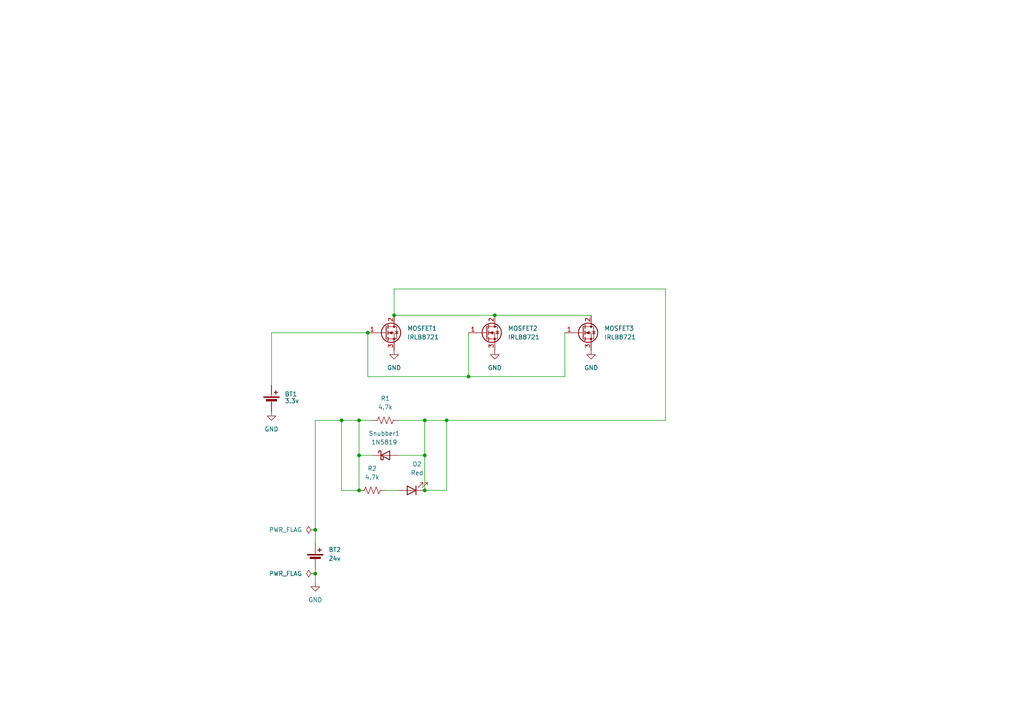
<source format=kicad_sch>
(kicad_sch (version 20230121) (generator eeschema)

  (uuid c5cfa2cd-8217-4cc7-84bd-4a928cc21c13)

  (paper "A4")

  (lib_symbols
    (symbol "Device:Battery_Cell" (pin_numbers hide) (pin_names (offset 0) hide) (in_bom yes) (on_board yes)
      (property "Reference" "BT" (at 2.54 2.54 0)
        (effects (font (size 1.27 1.27)) (justify left))
      )
      (property "Value" "Battery_Cell" (at 2.54 0 0)
        (effects (font (size 1.27 1.27)) (justify left))
      )
      (property "Footprint" "" (at 0 1.524 90)
        (effects (font (size 1.27 1.27)) hide)
      )
      (property "Datasheet" "~" (at 0 1.524 90)
        (effects (font (size 1.27 1.27)) hide)
      )
      (property "ki_keywords" "battery cell" (at 0 0 0)
        (effects (font (size 1.27 1.27)) hide)
      )
      (property "ki_description" "Single-cell battery" (at 0 0 0)
        (effects (font (size 1.27 1.27)) hide)
      )
      (symbol "Battery_Cell_0_1"
        (rectangle (start -2.286 1.778) (end 2.286 1.524)
          (stroke (width 0) (type default))
          (fill (type outline))
        )
        (rectangle (start -1.524 1.016) (end 1.524 0.508)
          (stroke (width 0) (type default))
          (fill (type outline))
        )
        (polyline
          (pts
            (xy 0 0.762)
            (xy 0 0)
          )
          (stroke (width 0) (type default))
          (fill (type none))
        )
        (polyline
          (pts
            (xy 0 1.778)
            (xy 0 2.54)
          )
          (stroke (width 0) (type default))
          (fill (type none))
        )
        (polyline
          (pts
            (xy 0.762 3.048)
            (xy 1.778 3.048)
          )
          (stroke (width 0.254) (type default))
          (fill (type none))
        )
        (polyline
          (pts
            (xy 1.27 3.556)
            (xy 1.27 2.54)
          )
          (stroke (width 0.254) (type default))
          (fill (type none))
        )
      )
      (symbol "Battery_Cell_1_1"
        (pin passive line (at 0 5.08 270) (length 2.54)
          (name "+" (effects (font (size 1.27 1.27))))
          (number "1" (effects (font (size 1.27 1.27))))
        )
        (pin passive line (at 0 -2.54 90) (length 2.54)
          (name "-" (effects (font (size 1.27 1.27))))
          (number "2" (effects (font (size 1.27 1.27))))
        )
      )
    )
    (symbol "Device:LED" (pin_numbers hide) (pin_names (offset 1.016) hide) (in_bom yes) (on_board yes)
      (property "Reference" "D" (at 0 2.54 0)
        (effects (font (size 1.27 1.27)))
      )
      (property "Value" "LED" (at 0 -2.54 0)
        (effects (font (size 1.27 1.27)))
      )
      (property "Footprint" "" (at 0 0 0)
        (effects (font (size 1.27 1.27)) hide)
      )
      (property "Datasheet" "~" (at 0 0 0)
        (effects (font (size 1.27 1.27)) hide)
      )
      (property "ki_keywords" "LED diode" (at 0 0 0)
        (effects (font (size 1.27 1.27)) hide)
      )
      (property "ki_description" "Light emitting diode" (at 0 0 0)
        (effects (font (size 1.27 1.27)) hide)
      )
      (property "ki_fp_filters" "LED* LED_SMD:* LED_THT:*" (at 0 0 0)
        (effects (font (size 1.27 1.27)) hide)
      )
      (symbol "LED_0_1"
        (polyline
          (pts
            (xy -1.27 -1.27)
            (xy -1.27 1.27)
          )
          (stroke (width 0.254) (type default))
          (fill (type none))
        )
        (polyline
          (pts
            (xy -1.27 0)
            (xy 1.27 0)
          )
          (stroke (width 0) (type default))
          (fill (type none))
        )
        (polyline
          (pts
            (xy 1.27 -1.27)
            (xy 1.27 1.27)
            (xy -1.27 0)
            (xy 1.27 -1.27)
          )
          (stroke (width 0.254) (type default))
          (fill (type none))
        )
        (polyline
          (pts
            (xy -3.048 -0.762)
            (xy -4.572 -2.286)
            (xy -3.81 -2.286)
            (xy -4.572 -2.286)
            (xy -4.572 -1.524)
          )
          (stroke (width 0) (type default))
          (fill (type none))
        )
        (polyline
          (pts
            (xy -1.778 -0.762)
            (xy -3.302 -2.286)
            (xy -2.54 -2.286)
            (xy -3.302 -2.286)
            (xy -3.302 -1.524)
          )
          (stroke (width 0) (type default))
          (fill (type none))
        )
      )
      (symbol "LED_1_1"
        (pin passive line (at -3.81 0 0) (length 2.54)
          (name "K" (effects (font (size 1.27 1.27))))
          (number "1" (effects (font (size 1.27 1.27))))
        )
        (pin passive line (at 3.81 0 180) (length 2.54)
          (name "A" (effects (font (size 1.27 1.27))))
          (number "2" (effects (font (size 1.27 1.27))))
        )
      )
    )
    (symbol "Device:R_US" (pin_numbers hide) (pin_names (offset 0)) (in_bom yes) (on_board yes)
      (property "Reference" "R" (at 2.54 0 90)
        (effects (font (size 1.27 1.27)))
      )
      (property "Value" "R_US" (at -2.54 0 90)
        (effects (font (size 1.27 1.27)))
      )
      (property "Footprint" "" (at 1.016 -0.254 90)
        (effects (font (size 1.27 1.27)) hide)
      )
      (property "Datasheet" "~" (at 0 0 0)
        (effects (font (size 1.27 1.27)) hide)
      )
      (property "ki_keywords" "R res resistor" (at 0 0 0)
        (effects (font (size 1.27 1.27)) hide)
      )
      (property "ki_description" "Resistor, US symbol" (at 0 0 0)
        (effects (font (size 1.27 1.27)) hide)
      )
      (property "ki_fp_filters" "R_*" (at 0 0 0)
        (effects (font (size 1.27 1.27)) hide)
      )
      (symbol "R_US_0_1"
        (polyline
          (pts
            (xy 0 -2.286)
            (xy 0 -2.54)
          )
          (stroke (width 0) (type default))
          (fill (type none))
        )
        (polyline
          (pts
            (xy 0 2.286)
            (xy 0 2.54)
          )
          (stroke (width 0) (type default))
          (fill (type none))
        )
        (polyline
          (pts
            (xy 0 -0.762)
            (xy 1.016 -1.143)
            (xy 0 -1.524)
            (xy -1.016 -1.905)
            (xy 0 -2.286)
          )
          (stroke (width 0) (type default))
          (fill (type none))
        )
        (polyline
          (pts
            (xy 0 0.762)
            (xy 1.016 0.381)
            (xy 0 0)
            (xy -1.016 -0.381)
            (xy 0 -0.762)
          )
          (stroke (width 0) (type default))
          (fill (type none))
        )
        (polyline
          (pts
            (xy 0 2.286)
            (xy 1.016 1.905)
            (xy 0 1.524)
            (xy -1.016 1.143)
            (xy 0 0.762)
          )
          (stroke (width 0) (type default))
          (fill (type none))
        )
      )
      (symbol "R_US_1_1"
        (pin passive line (at 0 3.81 270) (length 1.27)
          (name "~" (effects (font (size 1.27 1.27))))
          (number "1" (effects (font (size 1.27 1.27))))
        )
        (pin passive line (at 0 -3.81 90) (length 1.27)
          (name "~" (effects (font (size 1.27 1.27))))
          (number "2" (effects (font (size 1.27 1.27))))
        )
      )
    )
    (symbol "Diode:1N5819" (pin_numbers hide) (pin_names (offset 1.016) hide) (in_bom yes) (on_board yes)
      (property "Reference" "D" (at 0 2.54 0)
        (effects (font (size 1.27 1.27)))
      )
      (property "Value" "1N5819" (at 0 -2.54 0)
        (effects (font (size 1.27 1.27)))
      )
      (property "Footprint" "Diode_THT:D_DO-41_SOD81_P10.16mm_Horizontal" (at 0 -4.445 0)
        (effects (font (size 1.27 1.27)) hide)
      )
      (property "Datasheet" "http://www.vishay.com/docs/88525/1n5817.pdf" (at 0 0 0)
        (effects (font (size 1.27 1.27)) hide)
      )
      (property "ki_keywords" "diode Schottky" (at 0 0 0)
        (effects (font (size 1.27 1.27)) hide)
      )
      (property "ki_description" "40V 1A Schottky Barrier Rectifier Diode, DO-41" (at 0 0 0)
        (effects (font (size 1.27 1.27)) hide)
      )
      (property "ki_fp_filters" "D*DO?41*" (at 0 0 0)
        (effects (font (size 1.27 1.27)) hide)
      )
      (symbol "1N5819_0_1"
        (polyline
          (pts
            (xy 1.27 0)
            (xy -1.27 0)
          )
          (stroke (width 0) (type default))
          (fill (type none))
        )
        (polyline
          (pts
            (xy 1.27 1.27)
            (xy 1.27 -1.27)
            (xy -1.27 0)
            (xy 1.27 1.27)
          )
          (stroke (width 0.254) (type default))
          (fill (type none))
        )
        (polyline
          (pts
            (xy -1.905 0.635)
            (xy -1.905 1.27)
            (xy -1.27 1.27)
            (xy -1.27 -1.27)
            (xy -0.635 -1.27)
            (xy -0.635 -0.635)
          )
          (stroke (width 0.254) (type default))
          (fill (type none))
        )
      )
      (symbol "1N5819_1_1"
        (pin passive line (at -3.81 0 0) (length 2.54)
          (name "K" (effects (font (size 1.27 1.27))))
          (number "1" (effects (font (size 1.27 1.27))))
        )
        (pin passive line (at 3.81 0 180) (length 2.54)
          (name "A" (effects (font (size 1.27 1.27))))
          (number "2" (effects (font (size 1.27 1.27))))
        )
      )
    )
    (symbol "Transistor_FET:IRLB8721PBF" (pin_names hide) (in_bom yes) (on_board yes)
      (property "Reference" "Q" (at 6.35 1.905 0)
        (effects (font (size 1.27 1.27)) (justify left))
      )
      (property "Value" "IRLB8721PBF" (at 6.35 0 0)
        (effects (font (size 1.27 1.27)) (justify left))
      )
      (property "Footprint" "Package_TO_SOT_THT:TO-220-3_Vertical" (at 6.35 -1.905 0)
        (effects (font (size 1.27 1.27) italic) (justify left) hide)
      )
      (property "Datasheet" "http://www.infineon.com/dgdl/irlb8721pbf.pdf?fileId=5546d462533600a40153566056732591" (at 0 0 0)
        (effects (font (size 1.27 1.27)) (justify left) hide)
      )
      (property "ki_keywords" "N-Channel HEXFET MOSFET Logic-Level" (at 0 0 0)
        (effects (font (size 1.27 1.27)) hide)
      )
      (property "ki_description" "62A Id, 30V Vds, 8.7 mOhm Rds, N-Channel HEXFET Power MOSFET, TO-220" (at 0 0 0)
        (effects (font (size 1.27 1.27)) hide)
      )
      (property "ki_fp_filters" "TO?220*" (at 0 0 0)
        (effects (font (size 1.27 1.27)) hide)
      )
      (symbol "IRLB8721PBF_0_1"
        (polyline
          (pts
            (xy 0.254 0)
            (xy -2.54 0)
          )
          (stroke (width 0) (type default))
          (fill (type none))
        )
        (polyline
          (pts
            (xy 0.254 1.905)
            (xy 0.254 -1.905)
          )
          (stroke (width 0.254) (type default))
          (fill (type none))
        )
        (polyline
          (pts
            (xy 0.762 -1.27)
            (xy 0.762 -2.286)
          )
          (stroke (width 0.254) (type default))
          (fill (type none))
        )
        (polyline
          (pts
            (xy 0.762 0.508)
            (xy 0.762 -0.508)
          )
          (stroke (width 0.254) (type default))
          (fill (type none))
        )
        (polyline
          (pts
            (xy 0.762 2.286)
            (xy 0.762 1.27)
          )
          (stroke (width 0.254) (type default))
          (fill (type none))
        )
        (polyline
          (pts
            (xy 2.54 2.54)
            (xy 2.54 1.778)
          )
          (stroke (width 0) (type default))
          (fill (type none))
        )
        (polyline
          (pts
            (xy 2.54 -2.54)
            (xy 2.54 0)
            (xy 0.762 0)
          )
          (stroke (width 0) (type default))
          (fill (type none))
        )
        (polyline
          (pts
            (xy 0.762 -1.778)
            (xy 3.302 -1.778)
            (xy 3.302 1.778)
            (xy 0.762 1.778)
          )
          (stroke (width 0) (type default))
          (fill (type none))
        )
        (polyline
          (pts
            (xy 1.016 0)
            (xy 2.032 0.381)
            (xy 2.032 -0.381)
            (xy 1.016 0)
          )
          (stroke (width 0) (type default))
          (fill (type outline))
        )
        (polyline
          (pts
            (xy 2.794 0.508)
            (xy 2.921 0.381)
            (xy 3.683 0.381)
            (xy 3.81 0.254)
          )
          (stroke (width 0) (type default))
          (fill (type none))
        )
        (polyline
          (pts
            (xy 3.302 0.381)
            (xy 2.921 -0.254)
            (xy 3.683 -0.254)
            (xy 3.302 0.381)
          )
          (stroke (width 0) (type default))
          (fill (type none))
        )
        (circle (center 1.651 0) (radius 2.794)
          (stroke (width 0.254) (type default))
          (fill (type none))
        )
        (circle (center 2.54 -1.778) (radius 0.254)
          (stroke (width 0) (type default))
          (fill (type outline))
        )
        (circle (center 2.54 1.778) (radius 0.254)
          (stroke (width 0) (type default))
          (fill (type outline))
        )
      )
      (symbol "IRLB8721PBF_1_1"
        (pin input line (at -5.08 0 0) (length 2.54)
          (name "G" (effects (font (size 1.27 1.27))))
          (number "1" (effects (font (size 1.27 1.27))))
        )
        (pin passive line (at 2.54 5.08 270) (length 2.54)
          (name "D" (effects (font (size 1.27 1.27))))
          (number "2" (effects (font (size 1.27 1.27))))
        )
        (pin passive line (at 2.54 -5.08 90) (length 2.54)
          (name "S" (effects (font (size 1.27 1.27))))
          (number "3" (effects (font (size 1.27 1.27))))
        )
      )
    )
    (symbol "power:GND" (power) (pin_names (offset 0)) (in_bom yes) (on_board yes)
      (property "Reference" "#PWR" (at 0 -6.35 0)
        (effects (font (size 1.27 1.27)) hide)
      )
      (property "Value" "GND" (at 0 -3.81 0)
        (effects (font (size 1.27 1.27)))
      )
      (property "Footprint" "" (at 0 0 0)
        (effects (font (size 1.27 1.27)) hide)
      )
      (property "Datasheet" "" (at 0 0 0)
        (effects (font (size 1.27 1.27)) hide)
      )
      (property "ki_keywords" "global power" (at 0 0 0)
        (effects (font (size 1.27 1.27)) hide)
      )
      (property "ki_description" "Power symbol creates a global label with name \"GND\" , ground" (at 0 0 0)
        (effects (font (size 1.27 1.27)) hide)
      )
      (symbol "GND_0_1"
        (polyline
          (pts
            (xy 0 0)
            (xy 0 -1.27)
            (xy 1.27 -1.27)
            (xy 0 -2.54)
            (xy -1.27 -1.27)
            (xy 0 -1.27)
          )
          (stroke (width 0) (type default))
          (fill (type none))
        )
      )
      (symbol "GND_1_1"
        (pin power_in line (at 0 0 270) (length 0) hide
          (name "GND" (effects (font (size 1.27 1.27))))
          (number "1" (effects (font (size 1.27 1.27))))
        )
      )
    )
    (symbol "power:PWR_FLAG" (power) (pin_numbers hide) (pin_names (offset 0) hide) (in_bom yes) (on_board yes)
      (property "Reference" "#FLG" (at 0 1.905 0)
        (effects (font (size 1.27 1.27)) hide)
      )
      (property "Value" "PWR_FLAG" (at 0 3.81 0)
        (effects (font (size 1.27 1.27)))
      )
      (property "Footprint" "" (at 0 0 0)
        (effects (font (size 1.27 1.27)) hide)
      )
      (property "Datasheet" "~" (at 0 0 0)
        (effects (font (size 1.27 1.27)) hide)
      )
      (property "ki_keywords" "flag power" (at 0 0 0)
        (effects (font (size 1.27 1.27)) hide)
      )
      (property "ki_description" "Special symbol for telling ERC where power comes from" (at 0 0 0)
        (effects (font (size 1.27 1.27)) hide)
      )
      (symbol "PWR_FLAG_0_0"
        (pin power_out line (at 0 0 90) (length 0)
          (name "pwr" (effects (font (size 1.27 1.27))))
          (number "1" (effects (font (size 1.27 1.27))))
        )
      )
      (symbol "PWR_FLAG_0_1"
        (polyline
          (pts
            (xy 0 0)
            (xy 0 1.27)
            (xy -1.016 1.905)
            (xy 0 2.54)
            (xy 1.016 1.905)
            (xy 0 1.27)
          )
          (stroke (width 0) (type default))
          (fill (type none))
        )
      )
    )
  )

  (junction (at 129.54 121.92) (diameter 0) (color 0 0 0 0)
    (uuid 079655ce-f50e-486a-bf64-d2068cde75ae)
  )
  (junction (at 123.19 121.92) (diameter 0) (color 0 0 0 0)
    (uuid 26e1b860-a06d-4b8d-a8ea-b820a84965f7)
  )
  (junction (at 143.51 91.44) (diameter 0) (color 0 0 0 0)
    (uuid 27ba569b-f381-4ff0-b4fc-f53f3e1e9561)
  )
  (junction (at 104.14 142.24) (diameter 0) (color 0 0 0 0)
    (uuid 2e5f3139-cb2d-41ae-9263-d5427cb51374)
  )
  (junction (at 114.3 91.44) (diameter 0) (color 0 0 0 0)
    (uuid 3cecd226-886f-4d30-befc-cc05e3747cc4)
  )
  (junction (at 104.14 132.08) (diameter 0) (color 0 0 0 0)
    (uuid 430d99ca-99b8-4aeb-ab14-43d29477bd4e)
  )
  (junction (at 104.14 121.92) (diameter 0) (color 0 0 0 0)
    (uuid 5c37c28d-eeb3-40ce-b77e-f3cc38042ecd)
  )
  (junction (at 91.44 153.67) (diameter 0) (color 0 0 0 0)
    (uuid 7bdc1da8-53f9-447c-b14f-09e52bb378a0)
  )
  (junction (at 135.89 109.22) (diameter 0) (color 0 0 0 0)
    (uuid 8dde0637-2a16-48a3-b655-38ba7c4ea92d)
  )
  (junction (at 91.44 166.37) (diameter 0) (color 0 0 0 0)
    (uuid 95b61754-74e8-484c-a7c6-163c7bdba5e7)
  )
  (junction (at 123.19 132.08) (diameter 0) (color 0 0 0 0)
    (uuid c7eacc48-5652-4c80-af08-c174bc3b11d4)
  )
  (junction (at 123.19 142.24) (diameter 0) (color 0 0 0 0)
    (uuid e1be3f98-31f8-4e66-8d71-5250c460f340)
  )
  (junction (at 99.06 121.92) (diameter 0) (color 0 0 0 0)
    (uuid e656472c-7391-4f42-8964-80c585f92081)
  )
  (junction (at 106.68 96.52) (diameter 0) (color 0 0 0 0)
    (uuid e92e1c68-41d3-4699-b7fd-af146d21a2ca)
  )

  (wire (pts (xy 115.57 121.92) (xy 123.19 121.92))
    (stroke (width 0) (type default))
    (uuid 096e493e-5ba7-44c3-bb1d-fb6107d17053)
  )
  (wire (pts (xy 91.44 166.37) (xy 91.44 165.1))
    (stroke (width 0) (type default))
    (uuid 0c4cd794-2113-4b86-985d-aeb575d68914)
  )
  (wire (pts (xy 99.06 121.92) (xy 91.44 121.92))
    (stroke (width 0) (type default))
    (uuid 0ed91a7b-c3db-408e-b5a3-b92fab71eb03)
  )
  (wire (pts (xy 123.19 121.92) (xy 123.19 132.08))
    (stroke (width 0) (type default))
    (uuid 185513cc-e55d-4411-ae53-eefe49626fcf)
  )
  (wire (pts (xy 78.74 111.76) (xy 78.74 96.52))
    (stroke (width 0) (type default))
    (uuid 227479ce-bf92-4a9e-af49-9aae3e75b910)
  )
  (wire (pts (xy 91.44 168.91) (xy 91.44 166.37))
    (stroke (width 0) (type default))
    (uuid 2aedb807-a5f5-4ea5-a5cf-6f3205743c11)
  )
  (wire (pts (xy 135.89 109.22) (xy 106.68 109.22))
    (stroke (width 0) (type default))
    (uuid 339b6eda-b130-4b6e-be4a-e891a8ede180)
  )
  (wire (pts (xy 104.14 121.92) (xy 104.14 132.08))
    (stroke (width 0) (type default))
    (uuid 357da456-c0c9-43a0-812b-dd9800a2d5f8)
  )
  (wire (pts (xy 104.14 142.24) (xy 104.14 132.08))
    (stroke (width 0) (type default))
    (uuid 360d2ca1-ae81-447a-a84b-5917abc3400a)
  )
  (wire (pts (xy 193.04 83.82) (xy 193.04 121.92))
    (stroke (width 0) (type default))
    (uuid 392767fc-4bd8-4de9-b802-151872f639aa)
  )
  (wire (pts (xy 104.14 142.24) (xy 99.06 142.24))
    (stroke (width 0) (type default))
    (uuid 3d74bb4a-4104-4596-98f3-8eaa5eb4bd20)
  )
  (wire (pts (xy 129.54 121.92) (xy 123.19 121.92))
    (stroke (width 0) (type default))
    (uuid 3d821030-e163-4dd0-bb66-d60c0cf45bb9)
  )
  (wire (pts (xy 111.76 142.24) (xy 115.57 142.24))
    (stroke (width 0) (type default))
    (uuid 517c7868-2736-4112-bd9d-b97c141bab27)
  )
  (wire (pts (xy 114.3 91.44) (xy 143.51 91.44))
    (stroke (width 0) (type default))
    (uuid 554e7480-7f26-4853-ae86-b3dde2aefe02)
  )
  (wire (pts (xy 115.57 132.08) (xy 123.19 132.08))
    (stroke (width 0) (type default))
    (uuid 58361aab-acc0-4caa-af4c-e678328820ac)
  )
  (wire (pts (xy 106.68 96.52) (xy 106.68 109.22))
    (stroke (width 0) (type default))
    (uuid 61eb8cf9-dfc0-4410-9442-d91b2aa7afdf)
  )
  (wire (pts (xy 193.04 121.92) (xy 129.54 121.92))
    (stroke (width 0) (type default))
    (uuid 62f02a83-e528-4124-a554-80624f527779)
  )
  (wire (pts (xy 135.89 96.52) (xy 135.89 109.22))
    (stroke (width 0) (type default))
    (uuid 6ef1e19b-0e12-475f-96b8-cd79a012ef61)
  )
  (wire (pts (xy 114.3 91.44) (xy 114.3 83.82))
    (stroke (width 0) (type default))
    (uuid 7886ed5c-87f0-444e-bddf-3a9514a2a257)
  )
  (wire (pts (xy 163.83 96.52) (xy 163.83 109.22))
    (stroke (width 0) (type default))
    (uuid 7965cbaa-6d97-4b2d-8942-e9d453ac625e)
  )
  (wire (pts (xy 91.44 121.92) (xy 91.44 153.67))
    (stroke (width 0) (type default))
    (uuid 8bf313bc-50fe-4dc6-8126-b84e32c2c7d5)
  )
  (wire (pts (xy 163.83 109.22) (xy 135.89 109.22))
    (stroke (width 0) (type default))
    (uuid 942e9698-108f-4d19-be31-34245c98ef0b)
  )
  (wire (pts (xy 91.44 153.67) (xy 91.44 157.48))
    (stroke (width 0) (type default))
    (uuid 9a9414a3-216f-4c64-a709-a3b2aaf19528)
  )
  (wire (pts (xy 123.19 142.24) (xy 123.19 132.08))
    (stroke (width 0) (type default))
    (uuid a2bf8794-fc4a-475d-a9a7-6939e3ea588b)
  )
  (wire (pts (xy 104.14 132.08) (xy 107.95 132.08))
    (stroke (width 0) (type default))
    (uuid a650451c-4855-4f93-9593-06f78d0da979)
  )
  (wire (pts (xy 78.74 96.52) (xy 106.68 96.52))
    (stroke (width 0) (type default))
    (uuid bbf05a0e-ce53-4468-965c-a6149dd0c08c)
  )
  (wire (pts (xy 129.54 142.24) (xy 123.19 142.24))
    (stroke (width 0) (type default))
    (uuid c329abe3-9433-4bc9-af6e-096e45bcccaa)
  )
  (wire (pts (xy 114.3 83.82) (xy 193.04 83.82))
    (stroke (width 0) (type default))
    (uuid c7bfe53c-c91b-4dae-9919-92ee77c09715)
  )
  (wire (pts (xy 99.06 121.92) (xy 104.14 121.92))
    (stroke (width 0) (type default))
    (uuid cad235b3-b7db-46dd-9178-25c6da441872)
  )
  (wire (pts (xy 129.54 121.92) (xy 129.54 142.24))
    (stroke (width 0) (type default))
    (uuid e1a105fa-d626-4b22-a74e-e0f02f64af21)
  )
  (wire (pts (xy 104.14 121.92) (xy 107.95 121.92))
    (stroke (width 0) (type default))
    (uuid e8cc3f3a-c46e-4959-882c-ddc88aafa1e1)
  )
  (wire (pts (xy 99.06 142.24) (xy 99.06 121.92))
    (stroke (width 0) (type default))
    (uuid f7e69aee-9f57-44b3-857b-896232211c93)
  )
  (wire (pts (xy 143.51 91.44) (xy 171.45 91.44))
    (stroke (width 0) (type default))
    (uuid fca6df80-d75a-49b1-bbb7-4fadfd971b0f)
  )

  (symbol (lib_id "Diode:1N5819") (at 111.76 132.08 0) (unit 1)
    (in_bom yes) (on_board yes) (dnp no) (fields_autoplaced)
    (uuid 18b08c08-a315-4287-9315-114773211379)
    (property "Reference" "Snubber1" (at 111.4425 125.73 0)
      (effects (font (size 1.27 1.27)))
    )
    (property "Value" "1N5819" (at 111.4425 128.27 0)
      (effects (font (size 1.27 1.27)))
    )
    (property "Footprint" "Diode_THT:D_DO-41_SOD81_P10.16mm_Horizontal" (at 111.76 136.525 0)
      (effects (font (size 1.27 1.27)) hide)
    )
    (property "Datasheet" "http://www.vishay.com/docs/88525/1n5817.pdf" (at 111.76 132.08 0)
      (effects (font (size 1.27 1.27)) hide)
    )
    (pin "1" (uuid 036f21e0-fdc2-4b23-9e98-e1a1af65749d))
    (pin "2" (uuid f9d6241c-a48c-4cbd-8746-c1474e6b2206))
    (instances
      (project "rcs_circuit_diagram"
        (path "/c5cfa2cd-8217-4cc7-84bd-4a928cc21c13"
          (reference "Snubber1") (unit 1)
        )
      )
    )
  )

  (symbol (lib_id "Device:Battery_Cell") (at 91.44 162.56 0) (unit 1)
    (in_bom yes) (on_board yes) (dnp no) (fields_autoplaced)
    (uuid 303e2a4c-eb12-40b5-8d7a-012c4eedaf5b)
    (property "Reference" "BT2" (at 95.25 159.4485 0)
      (effects (font (size 1.27 1.27)) (justify left))
    )
    (property "Value" "24v" (at 95.25 161.9885 0)
      (effects (font (size 1.27 1.27)) (justify left))
    )
    (property "Footprint" "" (at 91.44 161.036 90)
      (effects (font (size 1.27 1.27)) hide)
    )
    (property "Datasheet" "~" (at 91.44 161.036 90)
      (effects (font (size 1.27 1.27)) hide)
    )
    (pin "1" (uuid f688be3d-4736-4601-bd6e-0f4122638c9f))
    (pin "2" (uuid 6197740a-490b-4bd0-9259-febc66982e38))
    (instances
      (project "rcs_circuit_diagram"
        (path "/c5cfa2cd-8217-4cc7-84bd-4a928cc21c13"
          (reference "BT2") (unit 1)
        )
      )
    )
  )

  (symbol (lib_id "power:GND") (at 114.3 101.6 0) (unit 1)
    (in_bom yes) (on_board yes) (dnp no) (fields_autoplaced)
    (uuid 39c31c9f-1d37-47a5-bd95-c15f021cd750)
    (property "Reference" "#PWR03" (at 114.3 107.95 0)
      (effects (font (size 1.27 1.27)) hide)
    )
    (property "Value" "GND" (at 114.3 106.68 0)
      (effects (font (size 1.27 1.27)))
    )
    (property "Footprint" "" (at 114.3 101.6 0)
      (effects (font (size 1.27 1.27)) hide)
    )
    (property "Datasheet" "" (at 114.3 101.6 0)
      (effects (font (size 1.27 1.27)) hide)
    )
    (pin "1" (uuid 90079297-a281-4956-b81d-81538f2a6226))
    (instances
      (project "rcs_circuit_diagram"
        (path "/c5cfa2cd-8217-4cc7-84bd-4a928cc21c13"
          (reference "#PWR03") (unit 1)
        )
      )
    )
  )

  (symbol (lib_id "power:GND") (at 143.51 101.6 0) (unit 1)
    (in_bom yes) (on_board yes) (dnp no) (fields_autoplaced)
    (uuid 4618b3c2-d36d-4312-9588-0dac40553407)
    (property "Reference" "#PWR04" (at 143.51 107.95 0)
      (effects (font (size 1.27 1.27)) hide)
    )
    (property "Value" "GND" (at 143.51 106.68 0)
      (effects (font (size 1.27 1.27)))
    )
    (property "Footprint" "" (at 143.51 101.6 0)
      (effects (font (size 1.27 1.27)) hide)
    )
    (property "Datasheet" "" (at 143.51 101.6 0)
      (effects (font (size 1.27 1.27)) hide)
    )
    (pin "1" (uuid 8aab0964-21f6-4229-8099-a42bbc6342d8))
    (instances
      (project "rcs_circuit_diagram"
        (path "/c5cfa2cd-8217-4cc7-84bd-4a928cc21c13"
          (reference "#PWR04") (unit 1)
        )
      )
    )
  )

  (symbol (lib_id "Device:R_US") (at 111.76 121.92 90) (unit 1)
    (in_bom yes) (on_board yes) (dnp no) (fields_autoplaced)
    (uuid 534e8c56-2bb4-4e3a-8c56-e6d95fa66390)
    (property "Reference" "R1" (at 111.76 115.57 90)
      (effects (font (size 1.27 1.27)))
    )
    (property "Value" "4.7k" (at 111.76 118.11 90)
      (effects (font (size 1.27 1.27)))
    )
    (property "Footprint" "" (at 112.014 120.904 90)
      (effects (font (size 1.27 1.27)) hide)
    )
    (property "Datasheet" "~" (at 111.76 121.92 0)
      (effects (font (size 1.27 1.27)) hide)
    )
    (pin "1" (uuid ad9e9a8a-c2cc-4218-8c10-d2a64a6926f6))
    (pin "2" (uuid ae1e858b-b9a9-46c7-bf5b-32223d980713))
    (instances
      (project "rcs_circuit_diagram"
        (path "/c5cfa2cd-8217-4cc7-84bd-4a928cc21c13"
          (reference "R1") (unit 1)
        )
      )
    )
  )

  (symbol (lib_id "power:PWR_FLAG") (at 91.44 166.37 90) (unit 1)
    (in_bom yes) (on_board yes) (dnp no) (fields_autoplaced)
    (uuid 5bdeea76-67cc-4d4e-8919-903fe220f5fe)
    (property "Reference" "#FLG01" (at 89.535 166.37 0)
      (effects (font (size 1.27 1.27)) hide)
    )
    (property "Value" "PWR_FLAG" (at 87.63 166.37 90)
      (effects (font (size 1.27 1.27)) (justify left))
    )
    (property "Footprint" "" (at 91.44 166.37 0)
      (effects (font (size 1.27 1.27)) hide)
    )
    (property "Datasheet" "~" (at 91.44 166.37 0)
      (effects (font (size 1.27 1.27)) hide)
    )
    (pin "1" (uuid 33062612-4218-4042-91ee-da7299f465ef))
    (instances
      (project "rcs_circuit_diagram"
        (path "/c5cfa2cd-8217-4cc7-84bd-4a928cc21c13"
          (reference "#FLG01") (unit 1)
        )
      )
    )
  )

  (symbol (lib_id "Transistor_FET:IRLB8721PBF") (at 111.76 96.52 0) (unit 1)
    (in_bom yes) (on_board yes) (dnp no) (fields_autoplaced)
    (uuid 5dbd17cf-d4c1-44bc-813e-8baefbf39977)
    (property "Reference" "MOSFET1" (at 118.11 95.25 0)
      (effects (font (size 1.27 1.27)) (justify left))
    )
    (property "Value" "IRLB8721" (at 118.11 97.79 0)
      (effects (font (size 1.27 1.27)) (justify left))
    )
    (property "Footprint" "Package_TO_SOT_THT:TO-220-3_Vertical" (at 118.11 98.425 0)
      (effects (font (size 1.27 1.27) italic) (justify left) hide)
    )
    (property "Datasheet" "http://www.infineon.com/dgdl/irlb8721pbf.pdf?fileId=5546d462533600a40153566056732591" (at 111.76 96.52 0)
      (effects (font (size 1.27 1.27)) (justify left) hide)
    )
    (pin "1" (uuid 05e46fa8-2c4d-4fd6-97c9-1c8871514ae5))
    (pin "2" (uuid 03ae209b-db11-47db-ae58-17d695e4b621))
    (pin "3" (uuid e11fbdaf-ff6b-4456-a0e2-7c5d376531e0))
    (instances
      (project "rcs_circuit_diagram"
        (path "/c5cfa2cd-8217-4cc7-84bd-4a928cc21c13"
          (reference "MOSFET1") (unit 1)
        )
      )
    )
  )

  (symbol (lib_id "power:GND") (at 78.74 119.38 0) (unit 1)
    (in_bom yes) (on_board yes) (dnp no) (fields_autoplaced)
    (uuid 5fbdd23d-dc13-42ce-a8e4-e59d6205a4e2)
    (property "Reference" "#PWR02" (at 78.74 125.73 0)
      (effects (font (size 1.27 1.27)) hide)
    )
    (property "Value" "GND" (at 78.74 124.46 0)
      (effects (font (size 1.27 1.27)))
    )
    (property "Footprint" "" (at 78.74 119.38 0)
      (effects (font (size 1.27 1.27)) hide)
    )
    (property "Datasheet" "" (at 78.74 119.38 0)
      (effects (font (size 1.27 1.27)) hide)
    )
    (pin "1" (uuid cd0ff66e-e3c9-4058-9494-338f811b0936))
    (instances
      (project "rcs_circuit_diagram"
        (path "/c5cfa2cd-8217-4cc7-84bd-4a928cc21c13"
          (reference "#PWR02") (unit 1)
        )
      )
    )
  )

  (symbol (lib_id "Transistor_FET:IRLB8721PBF") (at 140.97 96.52 0) (unit 1)
    (in_bom yes) (on_board yes) (dnp no) (fields_autoplaced)
    (uuid 77092500-5d2e-4c58-ae76-db061710aada)
    (property "Reference" "MOSFET2" (at 147.32 95.25 0)
      (effects (font (size 1.27 1.27)) (justify left))
    )
    (property "Value" "IRLB8721" (at 147.32 97.79 0)
      (effects (font (size 1.27 1.27)) (justify left))
    )
    (property "Footprint" "Package_TO_SOT_THT:TO-220-3_Vertical" (at 147.32 98.425 0)
      (effects (font (size 1.27 1.27) italic) (justify left) hide)
    )
    (property "Datasheet" "http://www.infineon.com/dgdl/irlb8721pbf.pdf?fileId=5546d462533600a40153566056732591" (at 140.97 96.52 0)
      (effects (font (size 1.27 1.27)) (justify left) hide)
    )
    (pin "1" (uuid 6c34279d-a534-4d67-9550-78173bd5edfd))
    (pin "2" (uuid 5acab88a-5dba-426b-9f9c-2ea3c21deae1))
    (pin "3" (uuid a80ee1b6-bcfa-49b4-b280-3ed2fcbbcdc8))
    (instances
      (project "rcs_circuit_diagram"
        (path "/c5cfa2cd-8217-4cc7-84bd-4a928cc21c13"
          (reference "MOSFET2") (unit 1)
        )
      )
    )
  )

  (symbol (lib_id "Device:R_US") (at 107.95 142.24 90) (unit 1)
    (in_bom yes) (on_board yes) (dnp no)
    (uuid aeb99416-53d9-4fce-bf65-640d41a3c71e)
    (property "Reference" "R2" (at 107.95 135.89 90)
      (effects (font (size 1.27 1.27)))
    )
    (property "Value" "4.7k" (at 107.95 138.43 90)
      (effects (font (size 1.27 1.27)))
    )
    (property "Footprint" "" (at 108.204 141.224 90)
      (effects (font (size 1.27 1.27)) hide)
    )
    (property "Datasheet" "~" (at 107.95 142.24 0)
      (effects (font (size 1.27 1.27)) hide)
    )
    (pin "1" (uuid fb6d2529-5522-40ca-aa7e-c09b0142df89))
    (pin "2" (uuid 02c218af-703f-4a1f-a470-1dfb4beb82cb))
    (instances
      (project "rcs_circuit_diagram"
        (path "/c5cfa2cd-8217-4cc7-84bd-4a928cc21c13"
          (reference "R2") (unit 1)
        )
      )
    )
  )

  (symbol (lib_id "power:GND") (at 171.45 101.6 0) (unit 1)
    (in_bom yes) (on_board yes) (dnp no) (fields_autoplaced)
    (uuid b3376550-9a9d-48b0-8259-7965256697f7)
    (property "Reference" "#PWR05" (at 171.45 107.95 0)
      (effects (font (size 1.27 1.27)) hide)
    )
    (property "Value" "GND" (at 171.45 106.68 0)
      (effects (font (size 1.27 1.27)))
    )
    (property "Footprint" "" (at 171.45 101.6 0)
      (effects (font (size 1.27 1.27)) hide)
    )
    (property "Datasheet" "" (at 171.45 101.6 0)
      (effects (font (size 1.27 1.27)) hide)
    )
    (pin "1" (uuid 5de4d601-cf6f-44e4-977f-006358067231))
    (instances
      (project "rcs_circuit_diagram"
        (path "/c5cfa2cd-8217-4cc7-84bd-4a928cc21c13"
          (reference "#PWR05") (unit 1)
        )
      )
    )
  )

  (symbol (lib_id "Device:Battery_Cell") (at 78.74 116.84 0) (unit 1)
    (in_bom yes) (on_board yes) (dnp no)
    (uuid b6e9a7f3-254e-4cc5-81db-f81f21d0fd43)
    (property "Reference" "BT1" (at 82.55 114.3 0)
      (effects (font (size 1.27 1.27)) (justify left))
    )
    (property "Value" "3.3v" (at 82.55 116.2685 0)
      (effects (font (size 1.27 1.27)) (justify left))
    )
    (property "Footprint" "" (at 78.74 115.316 90)
      (effects (font (size 1.27 1.27)) hide)
    )
    (property "Datasheet" "~" (at 78.74 115.316 90)
      (effects (font (size 1.27 1.27)) hide)
    )
    (pin "1" (uuid 717dfc5d-c714-43ca-a529-fe627bd74f6f))
    (pin "2" (uuid 77e57b59-8df2-49ab-b449-80f68240ba3f))
    (instances
      (project "rcs_circuit_diagram"
        (path "/c5cfa2cd-8217-4cc7-84bd-4a928cc21c13"
          (reference "BT1") (unit 1)
        )
      )
    )
  )

  (symbol (lib_id "power:PWR_FLAG") (at 91.44 153.67 90) (unit 1)
    (in_bom yes) (on_board yes) (dnp no) (fields_autoplaced)
    (uuid c5dcf8d3-a219-4676-b413-b8a43749f263)
    (property "Reference" "#FLG02" (at 89.535 153.67 0)
      (effects (font (size 1.27 1.27)) hide)
    )
    (property "Value" "PWR_FLAG" (at 87.63 153.67 90)
      (effects (font (size 1.27 1.27)) (justify left))
    )
    (property "Footprint" "" (at 91.44 153.67 0)
      (effects (font (size 1.27 1.27)) hide)
    )
    (property "Datasheet" "~" (at 91.44 153.67 0)
      (effects (font (size 1.27 1.27)) hide)
    )
    (pin "1" (uuid 9e7178e1-0b6c-4264-b25d-c29d9c950392))
    (instances
      (project "rcs_circuit_diagram"
        (path "/c5cfa2cd-8217-4cc7-84bd-4a928cc21c13"
          (reference "#FLG02") (unit 1)
        )
      )
    )
  )

  (symbol (lib_id "power:GND") (at 91.44 168.91 0) (unit 1)
    (in_bom yes) (on_board yes) (dnp no) (fields_autoplaced)
    (uuid dd520dc0-cd4c-43d5-808e-e618fa6b34f6)
    (property "Reference" "#PWR01" (at 91.44 175.26 0)
      (effects (font (size 1.27 1.27)) hide)
    )
    (property "Value" "GND" (at 91.44 173.99 0)
      (effects (font (size 1.27 1.27)))
    )
    (property "Footprint" "" (at 91.44 168.91 0)
      (effects (font (size 1.27 1.27)) hide)
    )
    (property "Datasheet" "" (at 91.44 168.91 0)
      (effects (font (size 1.27 1.27)) hide)
    )
    (pin "1" (uuid 72402f0f-d0d8-47c1-b5f1-2aae060642e4))
    (instances
      (project "rcs_circuit_diagram"
        (path "/c5cfa2cd-8217-4cc7-84bd-4a928cc21c13"
          (reference "#PWR01") (unit 1)
        )
      )
    )
  )

  (symbol (lib_id "Transistor_FET:IRLB8721PBF") (at 168.91 96.52 0) (unit 1)
    (in_bom yes) (on_board yes) (dnp no) (fields_autoplaced)
    (uuid e24ea98c-d9f8-4a17-8e5b-6e33f6cd9dbf)
    (property "Reference" "MOSFET3" (at 175.26 95.25 0)
      (effects (font (size 1.27 1.27)) (justify left))
    )
    (property "Value" "IRLB8721" (at 175.26 97.79 0)
      (effects (font (size 1.27 1.27)) (justify left))
    )
    (property "Footprint" "Package_TO_SOT_THT:TO-220-3_Vertical" (at 175.26 98.425 0)
      (effects (font (size 1.27 1.27) italic) (justify left) hide)
    )
    (property "Datasheet" "http://www.infineon.com/dgdl/irlb8721pbf.pdf?fileId=5546d462533600a40153566056732591" (at 168.91 96.52 0)
      (effects (font (size 1.27 1.27)) (justify left) hide)
    )
    (pin "1" (uuid 50e7127a-4c59-4690-b342-6f8338a9125e))
    (pin "2" (uuid 1dfad653-90cf-40f0-926a-cda45c93ae1b))
    (pin "3" (uuid 28e8fb55-0552-4bc9-9e21-90062b83a47f))
    (instances
      (project "rcs_circuit_diagram"
        (path "/c5cfa2cd-8217-4cc7-84bd-4a928cc21c13"
          (reference "MOSFET3") (unit 1)
        )
      )
    )
  )

  (symbol (lib_id "Device:LED") (at 119.38 142.24 180) (unit 1)
    (in_bom yes) (on_board yes) (dnp no) (fields_autoplaced)
    (uuid f202f061-60cd-4f94-a763-e1984b47c347)
    (property "Reference" "D2" (at 120.9675 134.62 0)
      (effects (font (size 1.27 1.27)))
    )
    (property "Value" "Red" (at 120.9675 137.16 0)
      (effects (font (size 1.27 1.27)))
    )
    (property "Footprint" "" (at 119.38 142.24 0)
      (effects (font (size 1.27 1.27)) hide)
    )
    (property "Datasheet" "~" (at 119.38 142.24 0)
      (effects (font (size 1.27 1.27)) hide)
    )
    (pin "1" (uuid c1d65418-2799-461c-ad14-91d5b824a21e))
    (pin "2" (uuid 7977b042-d1db-4c58-9d2c-76aed9867fc1))
    (instances
      (project "rcs_circuit_diagram"
        (path "/c5cfa2cd-8217-4cc7-84bd-4a928cc21c13"
          (reference "D2") (unit 1)
        )
      )
    )
  )

  (sheet_instances
    (path "/" (page "1"))
  )
)

</source>
